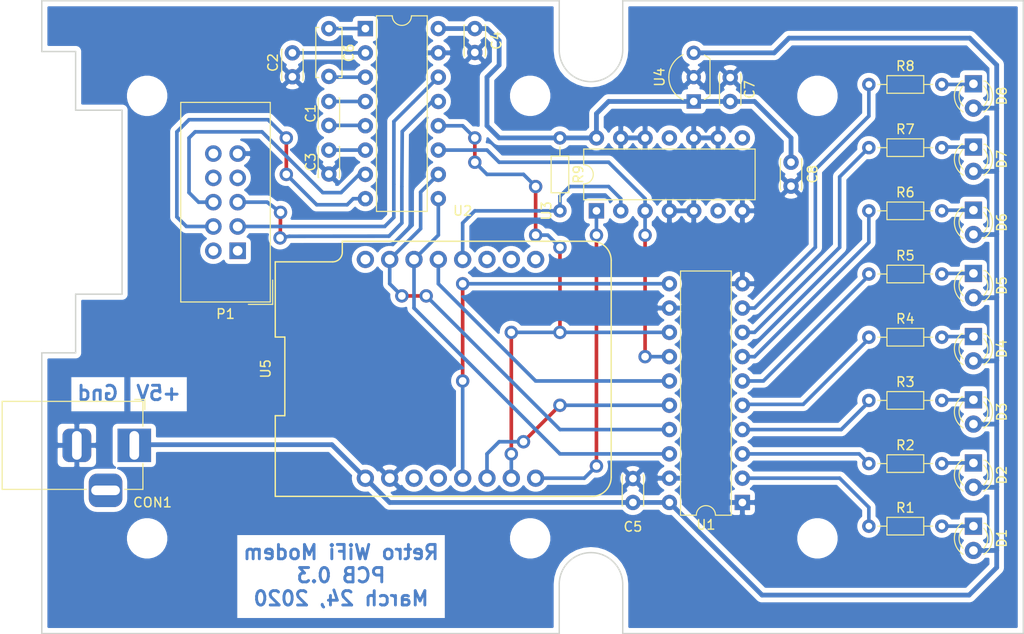
<source format=kicad_pcb>
(kicad_pcb (version 20171130) (host pcbnew "(5.1.2)-1")
  (title_block (title "Retro WiFi Modem") (date 2020-03-24) (rev 0.3))
  (layers (0 F.Cu signal) (31 B.Cu signal) (34 B.Paste user) (35 F.Paste user) (36 B.SilkS user) (37 F.SilkS user) (38 B.Mask user) (39 F.Mask user) (44 Edge.Cuts user))
  (net 0 "")
  (net 1 "Net-(C1-Pad1)")
  (net 2 "Net-(C1-Pad2)")
  (net 3 "Net-(C2-Pad1)")
  (net 4 GND)
  (net 5 "Net-(C3-Pad1)")
  (net 6 +3V3)
  (net 7 +5V)
  (net 8 "Net-(C6-Pad1)")
  (net 9 "Net-(C6-Pad2)")
  (net 10 "Net-(D1-Pad1)")
  (net 11 "Net-(D2-Pad1)")
  (net 12 "Net-(D3-Pad1)")
  (net 13 "Net-(D4-Pad1)")
  (net 14 "Net-(D5-Pad1)")
  (net 15 "Net-(D6-Pad1)")
  (net 16 "Net-(D7-Pad1)")
  (net 17 "Net-(D8-Pad1)")
  (net 18 "Net-(P1-Pad1)")
  (net 19 "Net-(P1-Pad2)")
  (net 20 "Net-(P1-Pad3)")
  (net 21 "Net-(P1-Pad4)")
  (net 22 "Net-(P1-Pad5)")
  (net 23 "Net-(P1-Pad6)")
  (net 24 "Net-(P1-Pad7)")
  (net 25 "Net-(P1-Pad8)")
  (net 26 "Net-(R1-Pad1)")
  (net 27 "Net-(R2-Pad1)")
  (net 28 "Net-(R3-Pad1)")
  (net 29 "Net-(R4-Pad1)")
  (net 30 "Net-(R5-Pad1)")
  (net 31 "Net-(R6-Pad1)")
  (net 32 "Net-(R7-Pad1)")
  (net 33 "Net-(R8-Pad1)")
  (net 34 "Net-(R9-Pad2)")
  (net 35 "Net-(U1-Pad11)")
  (net 36 "Net-(U1-Pad13)")
  (net 37 "Net-(U1-Pad14)")
  (net 38 "Net-(U1-Pad15)")
  (net 39 "Net-(U1-Pad16)")
  (net 40 "Net-(U1-Pad17)")
  (net 41 "Net-(U1-Pad18)")
  (net 42 "Net-(U3-Pad1)")
  (net 43 "Net-(U5-Pad16)")
  (net 44 "Net-(U5-Pad4)")
  (net 45 "Net-(U5-Pad11)")
  (net 46 "Net-(U5-Pad10)")
  (net 47 "Net-(U5-Pad9)")
  (net 48 "Net-(U3-Pad6)")
  (net 49 "Net-(U3-Pad8)")
  (net 50 "Net-(U3-Pad11)")
  (net 51 "Net-(CON1-Pad3)")
  (net 52 "Net-(U5-Pad3)")
  (net 53 "Net-(P1-Pad10)")
  (module Capacitor_THT:C_Disc_D3.0mm_W2.0mm_P2.50mm (layer F.Cu) (at 138.43 86.36 270)
    (fp_text reference C1 (at 1.25 1.905 90) (layer F.SilkS))
    (fp_text value 100nF)
    (pad 1 thru_hole circle (at 0 0 270) (size 1.6 1.6) (drill 0.8) (layers *.Cu *.Mask) (net 1 "Net-(C1-Pad1)"))
    (pad 2 thru_hole circle (at 2.5 0 270) (size 1.6 1.6) (drill 0.8) (layers *.Cu *.Mask) (net 2 "Net-(C1-Pad2)"))
  )
  (module Capacitor_THT:C_Disc_D3.0mm_W2.0mm_P2.50mm (layer F.Cu) (at 134.62 81.28 270)
    (fp_text reference C2 (at 1.016 2.032 90) (layer F.SilkS))
    (fp_text value 100nF)
    (pad 1 thru_hole circle (at 0 0 270) (size 1.6 1.6) (drill 0.8) (layers *.Cu *.Mask) (net 3 "Net-(C2-Pad1)"))
    (pad 2 thru_hole circle (at 2.5 0 270) (size 1.6 1.6) (drill 0.8) (layers *.Cu *.Mask) (net 4 GND))
  )
  (module Capacitor_THT:C_Disc_D3.0mm_W2.0mm_P2.50mm (layer F.Cu) (at 138.43 91.44 270)
    (fp_text reference C3 (at 1.25 1.905 90) (layer F.SilkS))
    (fp_text value 100nF)
    (pad 2 thru_hole circle (at 2.5 0 270) (size 1.6 1.6) (drill 0.8) (layers *.Cu *.Mask) (net 4 GND))
    (pad 1 thru_hole circle (at 0 0 270) (size 1.6 1.6) (drill 0.8) (layers *.Cu *.Mask) (net 5 "Net-(C3-Pad1)"))
  )
  (module Capacitor_THT:C_Disc_D3.0mm_W2.0mm_P2.50mm (layer F.Cu) (at 153.67 78.74 270)
    (fp_text reference C4 (at 1.25 -2.25 90) (layer F.SilkS))
    (fp_text value 100nF)
    (pad 2 thru_hole circle (at 2.5 0 270) (size 1.6 1.6) (drill 0.8) (layers *.Cu *.Mask) (net 4 GND))
    (pad 1 thru_hole circle (at 0 0 270) (size 1.6 1.6) (drill 0.8) (layers *.Cu *.Mask) (net 6 +3V3))
  )
  (module Capacitor_THT:C_Disc_D3.0mm_W2.0mm_P2.50mm (layer F.Cu) (at 170.18 128.27 90)
    (fp_text reference C5 (at -2.54 0 180) (layer F.SilkS))
    (fp_text value 100nF)
    (pad 1 thru_hole circle (at 0 0 90) (size 1.6 1.6) (drill 0.8) (layers *.Cu *.Mask) (net 7 +5V))
    (pad 2 thru_hole circle (at 2.5 0 90) (size 1.6 1.6) (drill 0.8) (layers *.Cu *.Mask) (net 4 GND))
  )
  (module Capacitor_THT:C_Disc_D5.0mm_W2.5mm_P5.00mm (layer F.Cu) (at 138.43 78.74 270)
    (fp_text reference C6 (at 2.54 -2.0955 90) (layer F.SilkS))
    (fp_text value 100nF)
    (pad 1 thru_hole circle (at 0 0 270) (size 1.6 1.6) (drill 0.8) (layers *.Cu *.Mask) (net 8 "Net-(C6-Pad1)"))
    (pad 2 thru_hole circle (at 5 0 270) (size 1.6 1.6) (drill 0.8) (layers *.Cu *.Mask) (net 9 "Net-(C6-Pad2)"))
  )
  (module Capacitor_THT:C_Disc_D3.0mm_W2.0mm_P2.50mm (layer F.Cu) (at 180.34 86.36 90)
    (fp_text reference C7 (at 1.25 2.032 90) (layer F.SilkS))
    (fp_text value 1uF)
    (pad 1 thru_hole circle (at 0 0 90) (size 1.6 1.6) (drill 0.8) (layers *.Cu *.Mask) (net 6 +3V3))
    (pad 2 thru_hole circle (at 2.5 0 90) (size 1.6 1.6) (drill 0.8) (layers *.Cu *.Mask) (net 4 GND))
  )
  (module Capacitor_THT:C_Disc_D3.0mm_W2.0mm_P2.50mm (layer F.Cu) (at 186.69 92.71 270)
    (fp_text reference C8 (at 1.25 -2.25 90) (layer F.SilkS))
    (fp_text value 100nF)
    (pad 2 thru_hole circle (at 2.5 0 270) (size 1.6 1.6) (drill 0.8) (layers *.Cu *.Mask) (net 4 GND))
    (pad 1 thru_hole circle (at 0 0 270) (size 1.6 1.6) (drill 0.8) (layers *.Cu *.Mask) (net 6 +3V3))
  )
  (module Connector_BarrelJack:BarrelJack_Horizontal (layer F.Cu) (at 118.11 122.301)
    (fp_text reference CON1 (at 1.905 5.969) (layer F.SilkS))
    (fp_text value BARREL_JACK)
    (pad 1 thru_hole rect (at 0 0) (size 3.5 3.5) (drill oval 1 3) (layers *.Cu *.Mask) (net 7 +5V))
    (pad 2 thru_hole roundrect (at -6 0) (size 3 3.5) (drill oval 1 3) (layers *.Cu *.Mask) (net 4 GND))
    (pad 3 thru_hole roundrect (at -3 4.7) (size 3.5 3.5) (drill oval 3 1) (layers *.Cu *.Mask) (net 51 "Net-(CON1-Pad3)"))
  )
  (module LED_THT:LED_D3.0mm (layer F.Cu) (at 205.74 130.744 270)
    (fp_text reference D1 (at 1.27 -2.96 90) (layer F.SilkS))
    (fp_text value TLPR5600)
    (pad 2 thru_hole circle (at 2.54 0 270) (size 1.8 1.8) (drill 0.9) (layers *.Cu *.Mask) (net 7 +5V))
    (pad 1 thru_hole rect (at 0 0 270) (size 1.8 1.8) (drill 0.9) (layers *.Cu *.Mask) (net 10 "Net-(D1-Pad1)"))
  )
  (module LED_THT:LED_D3.0mm (layer F.Cu) (at 205.74 124.14 270)
    (fp_text reference D2 (at 1.27 -2.96 90) (layer F.SilkS))
    (fp_text value TLPR5600)
    (pad 1 thru_hole rect (at 0 0 270) (size 1.8 1.8) (drill 0.9) (layers *.Cu *.Mask) (net 11 "Net-(D2-Pad1)"))
    (pad 2 thru_hole circle (at 2.54 0 270) (size 1.8 1.8) (drill 0.9) (layers *.Cu *.Mask) (net 7 +5V))
  )
  (module LED_THT:LED_D3.0mm (layer F.Cu) (at 205.74 117.536 270)
    (fp_text reference D3 (at 1.27 -2.96 90) (layer F.SilkS))
    (fp_text value TLPR5600)
    (pad 1 thru_hole rect (at 0 0 270) (size 1.8 1.8) (drill 0.9) (layers *.Cu *.Mask) (net 12 "Net-(D3-Pad1)"))
    (pad 2 thru_hole circle (at 2.54 0 270) (size 1.8 1.8) (drill 0.9) (layers *.Cu *.Mask) (net 7 +5V))
  )
  (module LED_THT:LED_D3.0mm (layer F.Cu) (at 205.74 110.932 270)
    (fp_text reference D4 (at 1.27 -2.96 90) (layer F.SilkS))
    (fp_text value TLPR5600)
    (pad 2 thru_hole circle (at 2.54 0 270) (size 1.8 1.8) (drill 0.9) (layers *.Cu *.Mask) (net 7 +5V))
    (pad 1 thru_hole rect (at 0 0 270) (size 1.8 1.8) (drill 0.9) (layers *.Cu *.Mask) (net 13 "Net-(D4-Pad1)"))
  )
  (module LED_THT:LED_D3.0mm (layer F.Cu) (at 205.74 104.328 270)
    (fp_text reference D5 (at 1.27 -2.96 90) (layer F.SilkS))
    (fp_text value TLPR5600)
    (pad 2 thru_hole circle (at 2.54 0 270) (size 1.8 1.8) (drill 0.9) (layers *.Cu *.Mask) (net 7 +5V))
    (pad 1 thru_hole rect (at 0 0 270) (size 1.8 1.8) (drill 0.9) (layers *.Cu *.Mask) (net 14 "Net-(D5-Pad1)"))
  )
  (module LED_THT:LED_D3.0mm (layer F.Cu) (at 205.74 97.724 270)
    (fp_text reference D6 (at 1.27 -2.96 90) (layer F.SilkS))
    (fp_text value TLPR5600)
    (pad 1 thru_hole rect (at 0 0 270) (size 1.8 1.8) (drill 0.9) (layers *.Cu *.Mask) (net 15 "Net-(D6-Pad1)"))
    (pad 2 thru_hole circle (at 2.54 0 270) (size 1.8 1.8) (drill 0.9) (layers *.Cu *.Mask) (net 7 +5V))
  )
  (module LED_THT:LED_D3.0mm (layer F.Cu) (at 205.74 91.12 270)
    (fp_text reference D7 (at 1.27 -2.96 90) (layer F.SilkS))
    (fp_text value TLPR5600)
    (pad 2 thru_hole circle (at 2.54 0 270) (size 1.8 1.8) (drill 0.9) (layers *.Cu *.Mask) (net 7 +5V))
    (pad 1 thru_hole rect (at 0 0 270) (size 1.8 1.8) (drill 0.9) (layers *.Cu *.Mask) (net 16 "Net-(D7-Pad1)"))
  )
  (module LED_THT:LED_D3.0mm (layer F.Cu) (at 205.74 84.516 270)
    (fp_text reference D8 (at 1.27 -2.96 90) (layer F.SilkS))
    (fp_text value TLPR5600)
    (pad 1 thru_hole rect (at 0 0 270) (size 1.8 1.8) (drill 0.9) (layers *.Cu *.Mask) (net 17 "Net-(D8-Pad1)"))
    (pad 2 thru_hole circle (at 2.54 0 270) (size 1.8 1.8) (drill 0.9) (layers *.Cu *.Mask) (net 7 +5V))
  )
  (module Connector_IDC:IDC-Header_2x05_P2.54mm_Vertical (layer F.Cu) (at 128.905 101.965 180)
    (fp_text reference P1 (at 1.27 -6.604) (layer F.SilkS))
    (fp_text value CONN_02X05)
    (pad 1 thru_hole rect (at 0 0 180) (size 1.7272 1.7272) (drill 1.016) (layers *.Cu *.Mask) (net 18 "Net-(P1-Pad1)"))
    (pad 2 thru_hole oval (at 2.54 0 180) (size 1.7272 1.7272) (drill 1.016) (layers *.Cu *.Mask) (net 19 "Net-(P1-Pad2)"))
    (pad 3 thru_hole oval (at 0 2.54 180) (size 1.7272 1.7272) (drill 1.016) (layers *.Cu *.Mask) (net 20 "Net-(P1-Pad3)"))
    (pad 4 thru_hole oval (at 2.54 2.54 180) (size 1.7272 1.7272) (drill 1.016) (layers *.Cu *.Mask) (net 21 "Net-(P1-Pad4)"))
    (pad 5 thru_hole oval (at 0 5.08 180) (size 1.7272 1.7272) (drill 1.016) (layers *.Cu *.Mask) (net 22 "Net-(P1-Pad5)"))
    (pad 6 thru_hole oval (at 2.54 5.08 180) (size 1.7272 1.7272) (drill 1.016) (layers *.Cu *.Mask) (net 23 "Net-(P1-Pad6)"))
    (pad 7 thru_hole oval (at 0 7.62 180) (size 1.7272 1.7272) (drill 1.016) (layers *.Cu *.Mask) (net 24 "Net-(P1-Pad7)"))
    (pad 8 thru_hole oval (at 2.54 7.62 180) (size 1.7272 1.7272) (drill 1.016) (layers *.Cu *.Mask) (net 25 "Net-(P1-Pad8)"))
    (pad 9 thru_hole oval (at 0 10.16 180) (size 1.7272 1.7272) (drill 1.016) (layers *.Cu *.Mask) (net 4 GND))
    (pad 10 thru_hole oval (at 2.54 10.16 180) (size 1.7272 1.7272) (drill 1.016) (layers *.Cu *.Mask) (net 53 "Net-(P1-Pad10)"))
  )
  (module Package_DIP:DIP-16_W7.62mm (layer F.Cu) (at 142.24 78.74)
    (fp_text reference U2 (at 10.16 19.05) (layer F.SilkS))
    (fp_text value MAX3232)
    (pad 1 thru_hole rect (at 0 0) (size 1.6 1.6) (drill 0.8) (layers *.Cu *.Mask) (net 8 "Net-(C6-Pad1)"))
    (pad 9 thru_hole oval (at 7.62 17.78) (size 1.6 1.6) (drill 0.8) (layers *.Cu *.Mask) (net 41 "Net-(U1-Pad18)"))
    (pad 2 thru_hole oval (at 0 2.54) (size 1.6 1.6) (drill 0.8) (layers *.Cu *.Mask) (net 3 "Net-(C2-Pad1)"))
    (pad 10 thru_hole oval (at 7.62 15.24) (size 1.6 1.6) (drill 0.8) (layers *.Cu *.Mask) (net 40 "Net-(U1-Pad17)"))
    (pad 3 thru_hole oval (at 0 5.08) (size 1.6 1.6) (drill 0.8) (layers *.Cu *.Mask) (net 9 "Net-(C6-Pad2)"))
    (pad 11 thru_hole oval (at 7.62 12.7) (size 1.6 1.6) (drill 0.8) (layers *.Cu *.Mask) (net 37 "Net-(U1-Pad14)"))
    (pad 4 thru_hole oval (at 0 7.62) (size 1.6 1.6) (drill 0.8) (layers *.Cu *.Mask) (net 1 "Net-(C1-Pad1)"))
    (pad 12 thru_hole oval (at 7.62 10.16) (size 1.6 1.6) (drill 0.8) (layers *.Cu *.Mask) (net 36 "Net-(U1-Pad13)"))
    (pad 5 thru_hole oval (at 0 10.16) (size 1.6 1.6) (drill 0.8) (layers *.Cu *.Mask) (net 2 "Net-(C1-Pad2)"))
    (pad 13 thru_hole oval (at 7.62 7.62) (size 1.6 1.6) (drill 0.8) (layers *.Cu *.Mask) (net 22 "Net-(P1-Pad5)"))
    (pad 6 thru_hole oval (at 0 12.7) (size 1.6 1.6) (drill 0.8) (layers *.Cu *.Mask) (net 5 "Net-(C3-Pad1)"))
    (pad 14 thru_hole oval (at 7.62 5.08) (size 1.6 1.6) (drill 0.8) (layers *.Cu *.Mask) (net 20 "Net-(P1-Pad3)"))
    (pad 7 thru_hole oval (at 0 15.24) (size 1.6 1.6) (drill 0.8) (layers *.Cu *.Mask) (net 23 "Net-(P1-Pad6)"))
    (pad 15 thru_hole oval (at 7.62 2.54) (size 1.6 1.6) (drill 0.8) (layers *.Cu *.Mask) (net 4 GND))
    (pad 8 thru_hole oval (at 0 17.78) (size 1.6 1.6) (drill 0.8) (layers *.Cu *.Mask) (net 21 "Net-(P1-Pad4)"))
    (pad 16 thru_hole oval (at 7.62 0) (size 1.6 1.6) (drill 0.8) (layers *.Cu *.Mask) (net 6 +3V3))
  )
  (module Package_DIP:DIP-14_W7.62mm (layer F.Cu) (at 166.37 97.79 90)
    (fp_text reference U3 (at 0 -5.22 90) (layer F.SilkS))
    (fp_text value 74HC32)
    (pad 1 thru_hole rect (at 0 0 90) (size 1.6 1.6) (drill 0.8) (layers *.Cu *.Mask) (net 42 "Net-(U3-Pad1)"))
    (pad 8 thru_hole oval (at 7.62 15.24 90) (size 1.6 1.6) (drill 0.8) (layers *.Cu *.Mask) (net 49 "Net-(U3-Pad8)"))
    (pad 2 thru_hole oval (at 0 2.54 90) (size 1.6 1.6) (drill 0.8) (layers *.Cu *.Mask) (net 34 "Net-(R9-Pad2)"))
    (pad 9 thru_hole oval (at 7.62 12.7 90) (size 1.6 1.6) (drill 0.8) (layers *.Cu *.Mask) (net 4 GND))
    (pad 3 thru_hole oval (at 0 5.08 90) (size 1.6 1.6) (drill 0.8) (layers *.Cu *.Mask) (net 37 "Net-(U1-Pad14)"))
    (pad 10 thru_hole oval (at 7.62 10.16 90) (size 1.6 1.6) (drill 0.8) (layers *.Cu *.Mask) (net 4 GND))
    (pad 4 thru_hole oval (at 0 7.62 90) (size 1.6 1.6) (drill 0.8) (layers *.Cu *.Mask) (net 4 GND))
    (pad 11 thru_hole oval (at 7.62 7.62 90) (size 1.6 1.6) (drill 0.8) (layers *.Cu *.Mask) (net 50 "Net-(U3-Pad11)"))
    (pad 5 thru_hole oval (at 0 10.16 90) (size 1.6 1.6) (drill 0.8) (layers *.Cu *.Mask) (net 4 GND))
    (pad 12 thru_hole oval (at 7.62 5.08 90) (size 1.6 1.6) (drill 0.8) (layers *.Cu *.Mask) (net 4 GND))
    (pad 6 thru_hole oval (at 0 12.7 90) (size 1.6 1.6) (drill 0.8) (layers *.Cu *.Mask) (net 48 "Net-(U3-Pad6)"))
    (pad 13 thru_hole oval (at 7.62 2.54 90) (size 1.6 1.6) (drill 0.8) (layers *.Cu *.Mask) (net 4 GND))
    (pad 7 thru_hole oval (at 0 15.24 90) (size 1.6 1.6) (drill 0.8) (layers *.Cu *.Mask) (net 4 GND))
    (pad 14 thru_hole oval (at 7.62 0 90) (size 1.6 1.6) (drill 0.8) (layers *.Cu *.Mask) (net 6 +3V3))
  )
  (module Package_TO_SOT_THT:TO-92L_Inline_Wide (layer F.Cu) (at 176.53 86.36 90)
    (fp_text reference U4 (at 2.54 -3.56 90) (layer F.SilkS))
    (fp_text value LP2950ACZ-3.3)
    (pad 2 thru_hole circle (at 2.54 0 180) (size 1.5 1.5) (drill 0.8) (layers *.Cu *.Mask) (net 4 GND))
    (pad 3 thru_hole circle (at 5.08 0 180) (size 1.5 1.5) (drill 0.8) (layers *.Cu *.Mask) (net 7 +5V))
    (pad 1 thru_hole rect (at 0 0 180) (size 1.5 1.5) (drill 0.8) (layers *.Cu *.Mask) (net 6 +3V3))
  )
  (module RetroWiFiModem-footprints:wemos-d1-mini (layer F.Cu) (at 151.13 114.3)
    (fp_text reference U5 (at -19.3 0 90) (layer F.SilkS))
    (fp_text value WeMos_D1_mini)
    (pad 8 thru_hole circle (at 8.89 11.43) (size 1.8 1.8) (drill 1.016) (layers *.Cu *.Mask) (net 42 "Net-(U3-Pad1)"))
    (pad 9 thru_hole circle (at 8.89 -11.43) (size 1.8 1.8) (drill 1.016) (layers *.Cu *.Mask) (net 47 "Net-(U5-Pad9)"))
    (pad 7 thru_hole circle (at 6.35 11.43) (size 1.8 1.8) (drill 1.016) (layers *.Cu *.Mask) (net 36 "Net-(U1-Pad13)"))
    (pad 10 thru_hole circle (at 6.35 -11.43) (size 1.8 1.8) (drill 1.016) (layers *.Cu *.Mask) (net 46 "Net-(U5-Pad10)"))
    (pad 6 thru_hole circle (at 3.81 11.43) (size 1.8 1.8) (drill 1.016) (layers *.Cu *.Mask) (net 39 "Net-(U1-Pad16)"))
    (pad 11 thru_hole circle (at 3.81 -11.43) (size 1.8 1.8) (drill 1.016) (layers *.Cu *.Mask) (net 45 "Net-(U5-Pad11)"))
    (pad 5 thru_hole circle (at 1.27 11.43) (size 1.8 1.8) (drill 1.016) (layers *.Cu *.Mask) (net 35 "Net-(U1-Pad11)"))
    (pad 12 thru_hole circle (at 1.27 -11.43) (size 1.8 1.8) (drill 1.016) (layers *.Cu *.Mask) (net 34 "Net-(R9-Pad2)"))
    (pad 4 thru_hole circle (at -1.27 11.43) (size 1.8 1.8) (drill 1.016) (layers *.Cu *.Mask) (net 44 "Net-(U5-Pad4)"))
    (pad 13 thru_hole circle (at -1.27 -11.43) (size 1.8 1.8) (drill 1.016) (layers *.Cu *.Mask) (net 38 "Net-(U1-Pad15)"))
    (pad 3 thru_hole circle (at -3.81 11.43) (size 1.8 1.8) (drill 1.016) (layers *.Cu *.Mask) (net 52 "Net-(U5-Pad3)"))
    (pad 14 thru_hole circle (at -3.81 -11.43) (size 1.8 1.8) (drill 1.016) (layers *.Cu *.Mask) (net 41 "Net-(U1-Pad18)"))
    (pad 2 thru_hole circle (at -6.35 11.43) (size 1.8 1.8) (drill 1.016) (layers *.Cu *.Mask) (net 4 GND))
    (pad 15 thru_hole circle (at -6.35 -11.43) (size 1.8 1.8) (drill 1.016) (layers *.Cu *.Mask) (net 40 "Net-(U1-Pad17)"))
    (pad 1 thru_hole circle (at -8.89 11.43) (size 1.8 1.8) (drill 1.016) (layers *.Cu *.Mask) (net 7 +5V))
    (pad 16 thru_hole circle (at -8.89 -11.43) (size 1.8 1.8) (drill 1.016) (layers *.Cu *.Mask) (net 43 "Net-(U5-Pad16)"))
  )
  (module Package_DIP:DIP-20_W7.62mm (layer F.Cu) (at 181.61 128.27 180)
    (fp_text reference U1 (at 3.81 -2.33) (layer F.SilkS))
    (fp_text value 74HC245)
    (pad 1 thru_hole rect (at 0 0 180) (size 1.6 1.6) (drill 0.8) (layers *.Cu *.Mask) (net 4 GND))
    (pad 11 thru_hole oval (at 7.62 22.86 180) (size 1.6 1.6) (drill 0.8) (layers *.Cu *.Mask) (net 35 "Net-(U1-Pad11)"))
    (pad 2 thru_hole oval (at 0 2.54 180) (size 1.6 1.6) (drill 0.8) (layers *.Cu *.Mask) (net 26 "Net-(R1-Pad1)"))
    (pad 12 thru_hole oval (at 7.62 20.32 180) (size 1.6 1.6) (drill 0.8) (layers *.Cu *.Mask) (net 4 GND))
    (pad 3 thru_hole oval (at 0 5.08 180) (size 1.6 1.6) (drill 0.8) (layers *.Cu *.Mask) (net 27 "Net-(R2-Pad1)"))
    (pad 13 thru_hole oval (at 7.62 17.78 180) (size 1.6 1.6) (drill 0.8) (layers *.Cu *.Mask) (net 36 "Net-(U1-Pad13)"))
    (pad 4 thru_hole oval (at 0 7.62 180) (size 1.6 1.6) (drill 0.8) (layers *.Cu *.Mask) (net 28 "Net-(R3-Pad1)"))
    (pad 14 thru_hole oval (at 7.62 15.24 180) (size 1.6 1.6) (drill 0.8) (layers *.Cu *.Mask) (net 37 "Net-(U1-Pad14)"))
    (pad 5 thru_hole oval (at 0 10.16 180) (size 1.6 1.6) (drill 0.8) (layers *.Cu *.Mask) (net 29 "Net-(R4-Pad1)"))
    (pad 15 thru_hole oval (at 7.62 12.7 180) (size 1.6 1.6) (drill 0.8) (layers *.Cu *.Mask) (net 38 "Net-(U1-Pad15)"))
    (pad 6 thru_hole oval (at 0 12.7 180) (size 1.6 1.6) (drill 0.8) (layers *.Cu *.Mask) (net 30 "Net-(R5-Pad1)"))
    (pad 16 thru_hole oval (at 7.62 10.16 180) (size 1.6 1.6) (drill 0.8) (layers *.Cu *.Mask) (net 39 "Net-(U1-Pad16)"))
    (pad 7 thru_hole oval (at 0 15.24 180) (size 1.6 1.6) (drill 0.8) (layers *.Cu *.Mask) (net 31 "Net-(R6-Pad1)"))
    (pad 17 thru_hole oval (at 7.62 7.62 180) (size 1.6 1.6) (drill 0.8) (layers *.Cu *.Mask) (net 40 "Net-(U1-Pad17)"))
    (pad 8 thru_hole oval (at 0 17.78 180) (size 1.6 1.6) (drill 0.8) (layers *.Cu *.Mask) (net 32 "Net-(R7-Pad1)"))
    (pad 18 thru_hole oval (at 7.62 5.08 180) (size 1.6 1.6) (drill 0.8) (layers *.Cu *.Mask) (net 41 "Net-(U1-Pad18)"))
    (pad 9 thru_hole oval (at 0 20.32 180) (size 1.6 1.6) (drill 0.8) (layers *.Cu *.Mask) (net 33 "Net-(R8-Pad1)"))
    (pad 19 thru_hole oval (at 7.62 2.54 180) (size 1.6 1.6) (drill 0.8) (layers *.Cu *.Mask) (net 4 GND))
    (pad 10 thru_hole oval (at 0 22.86 180) (size 1.6 1.6) (drill 0.8) (layers *.Cu *.Mask) (net 4 GND))
    (pad 20 thru_hole oval (at 7.62 0 180) (size 1.6 1.6) (drill 0.8) (layers *.Cu *.Mask) (net 7 +5V))
  )
  (module Resistor_THT:R_Axial_DIN0204_L3.6mm_D1.6mm_P7.62mm_Horizontal (layer F.Cu) (at 194.818 130.744)
    (fp_text reference R1 (at 3.81 -1.92) (layer F.SilkS))
    (fp_text value 560R)
    (pad 2 thru_hole oval (at 7.62 0) (size 1.4 1.4) (drill 0.7) (layers *.Cu *.Mask) (net 10 "Net-(D1-Pad1)"))
    (pad 1 thru_hole circle (at 0 0) (size 1.4 1.4) (drill 0.7) (layers *.Cu *.Mask) (net 26 "Net-(R1-Pad1)"))
  )
  (module Resistor_THT:R_Axial_DIN0204_L3.6mm_D1.6mm_P7.62mm_Horizontal (layer F.Cu) (at 194.818 124.206)
    (fp_text reference R2 (at 3.81 -1.92) (layer F.SilkS))
    (fp_text value 560R)
    (pad 1 thru_hole circle (at 0 0) (size 1.4 1.4) (drill 0.7) (layers *.Cu *.Mask) (net 27 "Net-(R2-Pad1)"))
    (pad 2 thru_hole oval (at 7.62 0) (size 1.4 1.4) (drill 0.7) (layers *.Cu *.Mask) (net 11 "Net-(D2-Pad1)"))
  )
  (module Resistor_THT:R_Axial_DIN0204_L3.6mm_D1.6mm_P7.62mm_Horizontal (layer F.Cu) (at 194.818 117.602)
    (fp_text reference R3 (at 3.81 -1.92) (layer F.SilkS))
    (fp_text value 560R)
    (pad 2 thru_hole oval (at 7.62 0) (size 1.4 1.4) (drill 0.7) (layers *.Cu *.Mask) (net 12 "Net-(D3-Pad1)"))
    (pad 1 thru_hole circle (at 0 0) (size 1.4 1.4) (drill 0.7) (layers *.Cu *.Mask) (net 28 "Net-(R3-Pad1)"))
  )
  (module Resistor_THT:R_Axial_DIN0204_L3.6mm_D1.6mm_P7.62mm_Horizontal (layer F.Cu) (at 194.818 110.998)
    (fp_text reference R4 (at 3.81 -1.92) (layer F.SilkS))
    (fp_text value 560R)
    (pad 1 thru_hole circle (at 0 0) (size 1.4 1.4) (drill 0.7) (layers *.Cu *.Mask) (net 29 "Net-(R4-Pad1)"))
    (pad 2 thru_hole oval (at 7.62 0) (size 1.4 1.4) (drill 0.7) (layers *.Cu *.Mask) (net 13 "Net-(D4-Pad1)"))
  )
  (module Resistor_THT:R_Axial_DIN0204_L3.6mm_D1.6mm_P7.62mm_Horizontal (layer F.Cu) (at 194.818 104.394)
    (fp_text reference R5 (at 3.81 -1.92) (layer F.SilkS))
    (fp_text value 560R)
    (pad 2 thru_hole oval (at 7.62 0) (size 1.4 1.4) (drill 0.7) (layers *.Cu *.Mask) (net 14 "Net-(D5-Pad1)"))
    (pad 1 thru_hole circle (at 0 0) (size 1.4 1.4) (drill 0.7) (layers *.Cu *.Mask) (net 30 "Net-(R5-Pad1)"))
  )
  (module Resistor_THT:R_Axial_DIN0204_L3.6mm_D1.6mm_P7.62mm_Horizontal (layer F.Cu) (at 194.818 97.79)
    (fp_text reference R6 (at 3.81 -1.92) (layer F.SilkS))
    (fp_text value 560R)
    (pad 1 thru_hole circle (at 0 0) (size 1.4 1.4) (drill 0.7) (layers *.Cu *.Mask) (net 31 "Net-(R6-Pad1)"))
    (pad 2 thru_hole oval (at 7.62 0) (size 1.4 1.4) (drill 0.7) (layers *.Cu *.Mask) (net 15 "Net-(D6-Pad1)"))
  )
  (module Resistor_THT:R_Axial_DIN0204_L3.6mm_D1.6mm_P7.62mm_Horizontal (layer F.Cu) (at 194.818 91.186)
    (fp_text reference R7 (at 3.81 -1.92) (layer F.SilkS))
    (fp_text value 560R)
    (pad 2 thru_hole oval (at 7.62 0) (size 1.4 1.4) (drill 0.7) (layers *.Cu *.Mask) (net 16 "Net-(D7-Pad1)"))
    (pad 1 thru_hole circle (at 0 0) (size 1.4 1.4) (drill 0.7) (layers *.Cu *.Mask) (net 32 "Net-(R7-Pad1)"))
  )
  (module Resistor_THT:R_Axial_DIN0204_L3.6mm_D1.6mm_P7.62mm_Horizontal (layer F.Cu) (at 194.818 84.582)
    (fp_text reference R8 (at 3.81 -1.92) (layer F.SilkS))
    (fp_text value 560R)
    (pad 1 thru_hole circle (at 0 0) (size 1.4 1.4) (drill 0.7) (layers *.Cu *.Mask) (net 33 "Net-(R8-Pad1)"))
    (pad 2 thru_hole oval (at 7.62 0) (size 1.4 1.4) (drill 0.7) (layers *.Cu *.Mask) (net 17 "Net-(D8-Pad1)"))
  )
  (module Resistor_THT:R_Axial_DIN0204_L3.6mm_D1.6mm_P7.62mm_Horizontal (layer F.Cu) (at 162.56 90.17 270)
    (fp_text reference R9 (at 3.81 -1.92 90) (layer F.SilkS))
    (fp_text value 10K)
    (pad 1 thru_hole circle (at 0 0 270) (size 1.4 1.4) (drill 0.7) (layers *.Cu *.Mask) (net 6 +3V3))
    (pad 2 thru_hole oval (at 7.62 0 270) (size 1.4 1.4) (drill 0.7) (layers *.Cu *.Mask) (net 34 "Net-(R9-Pad2)"))
  )
  (module MountingHole:MountingHole_3.2mm_M3 (layer F.Cu) (at 119.45 85.77)
    (fp_text reference H1 hide)
    (fp_text value MountingHole hide)
    (pad 1 np_thru_hole circle (at 0 0) (size 3.2 3.2) (drill 3.2) (layers *.Cu *.Mask))
  )
  (module MountingHole:MountingHole_3.2mm_M3 (layer F.Cu) (at 119.45 132.02)
    (fp_text reference H2 hide)
    (fp_text value MountingHole hide)
    (pad 1 np_thru_hole circle (at 0 0) (size 3.2 3.2) (drill 3.2) (layers *.Cu *.Mask))
  )
  (module MountingHole:MountingHole_3.2mm_M3 (layer F.Cu) (at 159.45 85.77)
    (fp_text reference H3 hide)
    (fp_text value MountingHole hide)
    (pad 1 np_thru_hole circle (at 0 0) (size 3.2 3.2) (drill 3.2) (layers *.Cu *.Mask))
  )
  (module MountingHole:MountingHole_3.2mm_M3 (layer F.Cu) (at 159.45 132.02)
    (fp_text reference H4 hide)
    (fp_text value MountingHole hide)
    (pad 1 np_thru_hole circle (at 0 0) (size 3.2 3.2) (drill 3.2) (layers *.Cu *.Mask))
  )
  (module MountingHole:MountingHole_3.2mm_M3 (layer F.Cu) (at 189.45 85.77)
    (fp_text reference H5 hide)
    (fp_text value MountingHole hide)
    (pad 1 np_thru_hole circle (at 0 0) (size 3.2 3.2) (drill 3.2) (layers *.Cu *.Mask))
  )
  (module MountingHole:MountingHole_3.2mm_M3 (layer F.Cu) (at 189.45 132.02)
    (fp_text reference H6 hide)
    (fp_text value MountingHole hide)
    (pad 1 np_thru_hole circle (at 0 0) (size 3.2 3.2) (drill 3.2) (layers *.Cu *.Mask))
  )
  (gr_text "Retro WiFi Modem\nPCB 0.3\nMarch 24, 2020" (at 139.7 135.89) (layer B.Cu) (effects (font (size 1.5 1.5) (thickness 0.3)) (justify mirror)))
  (gr_text Gnd (at 114.3 116.84) (layer B.Cu) (effects (font (size 1.5 1.5) (thickness 0.3)) (justify mirror)))
  (gr_text +5V (at 120.65 116.84) (layer B.Cu) (effects (font (size 1.5 1.5) (thickness 0.3)) (justify mirror)))
  (gr_line (start 108.45 75.83) (end 162.485 75.83) (angle 90) (layer Edge.Cuts) (width 0.15))
  (gr_line (start 162.485 75.83) (end 162.485 80.975) (angle 90) (layer Edge.Cuts) (width 0.15))
  (gr_arc (start 165.8 80.975) (end 169.115 80.975) (angle 180) (layer Edge.Cuts) (width 0.15))
  (gr_line (start 169.115 80.975) (end 169.115 75.83) (angle 90) (layer Edge.Cuts) (width 0.15))
  (gr_line (start 169.115 75.83) (end 210.95 75.83) (angle 90) (layer Edge.Cuts) (width 0.15))
  (gr_line (start 210.95 75.83) (end 210.95 141.97) (angle 90) (layer Edge.Cuts) (width 0.15))
  (gr_line (start 210.95 141.97) (end 169.115 141.97) (angle 90) (layer Edge.Cuts) (width 0.15))
  (gr_line (start 169.115 141.97) (end 169.115 136.825) (angle 90) (layer Edge.Cuts) (width 0.15))
  (gr_arc (start 165.8 136.825) (end 162.485 136.825) (angle 180) (layer Edge.Cuts) (width 0.15))
  (gr_line (start 162.485 136.825) (end 162.485 141.97) (angle 90) (layer Edge.Cuts) (width 0.15))
  (gr_line (start 162.485 141.97) (end 108.45 141.97) (angle 90) (layer Edge.Cuts) (width 0.15))
  (gr_line (start 108.45 141.97) (end 108.45 112.629) (angle 90) (layer Edge.Cuts) (width 0.15))
  (gr_line (start 108.45 112.629) (end 111.9806 112.629) (angle 90) (layer Edge.Cuts) (width 0.15))
  (gr_line (start 111.9806 112.629) (end 111.9806 106.4989) (angle 90) (layer Edge.Cuts) (width 0.15))
  (gr_line (start 111.9806 106.4989) (end 116.832 106.4989) (angle 90) (layer Edge.Cuts) (width 0.15))
  (gr_line (start 116.832 106.4989) (end 116.832 87.2711) (angle 90) (layer Edge.Cuts) (width 0.15))
  (gr_line (start 116.832 87.2711) (end 111.9806 87.2711) (angle 90) (layer Edge.Cuts) (width 0.15))
  (gr_line (start 111.9806 87.2711) (end 111.9806 81.141) (angle 90) (layer Edge.Cuts) (width 0.15))
  (gr_line (start 111.9806 81.141) (end 108.45 81.141) (angle 90) (layer Edge.Cuts) (width 0.15))
  (gr_line (start 108.45 81.141) (end 108.45 75.83) (angle 90) (layer Edge.Cuts) (width 0.15))
  (segment (start 138.43 86.36) (end 142.24 86.36) (width 0.38) (layer B.Cu) (net 1))
  (segment (start 138.43 88.86) (end 142.2 88.86) (width 0.38) (layer B.Cu) (net 2))
  (segment (start 134.62 81.28) (end 142.24 81.28) (width 0.38) (layer B.Cu) (net 3))
  (segment (start 180.3 83.82) (end 180.34 83.86) (width 0.5) (layer B.Cu) (net 4))
  (segment (start 138.43 91.44) (end 142.24 91.44) (width 0.38) (layer B.Cu) (net 5))
  (segment (start 180.34 86.36) (end 182.88 86.36) (width 0.5) (layer B.Cu) (net 6))
  (segment (start 186.69 90.17) (end 186.69 92.71) (width 0.5) (layer B.Cu) (net 6))
  (segment (start 182.88 86.36) (end 186.69 90.17) (width 0.5) (layer B.Cu) (net 6))
  (segment (start 176.53 86.36) (end 167.64 86.36) (width 0.5) (layer B.Cu) (net 6))
  (segment (start 166.37 87.63) (end 166.37 90.17) (width 0.5) (layer B.Cu) (net 6))
  (segment (start 167.64 86.36) (end 166.37 87.63) (width 0.5) (layer B.Cu) (net 6))
  (segment (start 154.94 78.74) (end 153.67 78.74) (width 0.5) (layer B.Cu) (net 6))
  (segment (start 156.21 80.01) (end 154.94 78.74) (width 0.5) (layer B.Cu) (net 6))
  (segment (start 156.21 82.55) (end 156.21 80.01) (width 0.5) (layer B.Cu) (net 6))
  (segment (start 154.94 83.82) (end 156.21 82.55) (width 0.5) (layer B.Cu) (net 6))
  (segment (start 154.94 88.9) (end 154.94 83.82) (width 0.5) (layer B.Cu) (net 6))
  (segment (start 156.21 90.17) (end 154.94 88.9) (width 0.5) (layer B.Cu) (net 6))
  (segment (start 162.56 90.17) (end 156.21 90.17) (width 0.5) (layer B.Cu) (net 6))
  (segment (start 166.37 90.17) (end 162.56 90.17) (width 0.5) (layer B.Cu) (net 6))
  (segment (start 176.53 86.36) (end 180.34 86.36) (width 0.5) (layer B.Cu) (net 6))
  (segment (start 153.67 78.74) (end 149.86 78.74) (width 0.5) (layer B.Cu) (net 6))
  (segment (start 142.24 125.73) (end 138.74 122.23) (width 0.5) (layer B.Cu) (net 7))
  (segment (start 138.74 122.23) (end 119.61014 122.23) (width 0.5) (layer B.Cu) (net 7))
  (segment (start 142.24 125.73) (end 144.78 128.27) (width 0.5) (layer B.Cu) (net 7))
  (segment (start 144.78 128.27) (end 170.18 128.27) (width 0.5) (layer B.Cu) (net 7))
  (segment (start 208.1682 87.0782) (end 208.1682 82.5482) (width 0.5) (layer B.Cu) (net 7))
  (segment (start 184.93 81.28) (end 176.53 81.28) (width 0.5) (layer B.Cu) (net 7))
  (segment (start 186.47 79.74) (end 184.93 81.28) (width 0.5) (layer B.Cu) (net 7))
  (segment (start 205.36 79.74) (end 186.47 79.74) (width 0.5) (layer B.Cu) (net 7))
  (segment (start 208.1682 82.5482) (end 205.36 79.74) (width 0.5) (layer B.Cu) (net 7))
  (segment (start 208.1682 93.66) (end 208.1682 87.0782) (width 0.5) (layer B.Cu) (net 7))
  (segment (start 208.146 87.056) (end 205.74 87.056) (width 0.5) (layer B.Cu) (net 7))
  (segment (start 208.1682 87.0782) (end 208.146 87.056) (width 0.5) (layer B.Cu) (net 7))
  (segment (start 173.99 128.27) (end 170.18 128.27) (width 0.5) (layer B.Cu) (net 7))
  (segment (start 173.99 128.27) (end 183.6674 137.9474) (width 0.5) (layer B.Cu) (net 7))
  (segment (start 208.1682 135.062) (end 208.1682 133.289) (width 0.5) (layer B.Cu) (net 7))
  (segment (start 205.2828 137.9474) (end 208.1682 135.062) (width 0.5) (layer B.Cu) (net 7))
  (segment (start 183.6674 137.9474) (end 205.2828 137.9474) (width 0.5) (layer B.Cu) (net 7))
  (segment (start 208.1682 126.619) (end 208.1682 133.289) (width 0.5) (layer B.Cu) (net 7))
  (segment (start 208.1632 133.284) (end 205.74 133.284) (width 0.5) (layer B.Cu) (net 7))
  (segment (start 208.1682 133.289) (end 208.1632 133.284) (width 0.5) (layer B.Cu) (net 7))
  (segment (start 208.1682 120.0506) (end 208.1682 126.619) (width 0.5) (layer B.Cu) (net 7))
  (segment (start 208.1682 126.619) (end 208.1682 126.6546) (width 0.5) (layer B.Cu) (net 7))
  (segment (start 208.1428 126.68) (end 205.74 126.68) (width 0.5) (layer B.Cu) (net 7))
  (segment (start 208.1682 126.6546) (end 208.1428 126.68) (width 0.5) (layer B.Cu) (net 7))
  (segment (start 208.1682 113.411) (end 208.1682 120.0506) (width 0.5) (layer B.Cu) (net 7))
  (segment (start 208.1428 120.076) (end 205.74 120.076) (width 0.5) (layer B.Cu) (net 7))
  (segment (start 208.1682 120.0506) (end 208.1428 120.076) (width 0.5) (layer B.Cu) (net 7))
  (segment (start 208.1682 106.7816) (end 208.1682 113.411) (width 0.5) (layer B.Cu) (net 7))
  (segment (start 208.1682 113.411) (end 208.1682 113.4516) (width 0.5) (layer B.Cu) (net 7))
  (segment (start 208.1478 113.472) (end 205.74 113.472) (width 0.5) (layer B.Cu) (net 7))
  (segment (start 208.1682 113.4516) (end 208.1478 113.472) (width 0.5) (layer B.Cu) (net 7))
  (segment (start 208.1682 100.203) (end 208.1682 106.7816) (width 0.5) (layer B.Cu) (net 7))
  (segment (start 208.1682 106.7816) (end 208.1682 106.8476) (width 0.5) (layer B.Cu) (net 7))
  (segment (start 208.1478 106.868) (end 205.74 106.868) (width 0.5) (layer B.Cu) (net 7))
  (segment (start 208.1682 106.8476) (end 208.1478 106.868) (width 0.5) (layer B.Cu) (net 7))
  (segment (start 208.1682 93.66) (end 208.1682 100.203) (width 0.5) (layer B.Cu) (net 7))
  (segment (start 208.1682 100.203) (end 208.1682 100.2436) (width 0.5) (layer B.Cu) (net 7))
  (segment (start 208.1478 100.264) (end 205.74 100.264) (width 0.5) (layer B.Cu) (net 7))
  (segment (start 208.1682 100.2436) (end 208.1478 100.264) (width 0.5) (layer B.Cu) (net 7))
  (segment (start 208.1682 93.66) (end 205.74 93.66) (width 0.5) (layer B.Cu) (net 7))
  (segment (start 138.43 78.74) (end 142.24 78.74) (width 0.38) (layer B.Cu) (net 8))
  (segment (start 138.43 83.82) (end 142.24 83.82) (width 0.38) (layer B.Cu) (net 9))
  (segment (start 202.438 130.744) (end 205.74 130.744) (width 0.38) (layer B.Cu) (net 10))
  (segment (start 202.504 124.14) (end 205.74 124.14) (width 0.38) (layer B.Cu) (net 11))
  (segment (start 202.438 124.206) (end 202.504 124.14) (width 0.38) (layer B.Cu) (net 11))
  (segment (start 202.504 117.536) (end 205.74 117.536) (width 0.38) (layer B.Cu) (net 12))
  (segment (start 202.438 117.602) (end 202.504 117.536) (width 0.38) (layer B.Cu) (net 12))
  (segment (start 202.504 110.932) (end 205.74 110.932) (width 0.38) (layer B.Cu) (net 13))
  (segment (start 202.438 110.998) (end 202.504 110.932) (width 0.38) (layer B.Cu) (net 13))
  (segment (start 202.504 104.328) (end 205.74 104.328) (width 0.38) (layer B.Cu) (net 14))
  (segment (start 202.438 104.394) (end 202.504 104.328) (width 0.38) (layer B.Cu) (net 14))
  (segment (start 202.504 97.724) (end 205.74 97.724) (width 0.38) (layer B.Cu) (net 15))
  (segment (start 202.438 97.79) (end 202.504 97.724) (width 0.38) (layer B.Cu) (net 15))
  (segment (start 202.504 91.12) (end 205.74 91.12) (width 0.38) (layer B.Cu) (net 16))
  (segment (start 202.438 91.186) (end 202.504 91.12) (width 0.38) (layer B.Cu) (net 16))
  (segment (start 205.674 84.582) (end 205.74 84.516) (width 0.38) (layer B.Cu) (net 17))
  (segment (start 202.438 84.582) (end 205.674 84.582) (width 0.38) (layer B.Cu) (net 17))
  (segment (start 128.905 99.425) (end 144.255 99.425) (width 0.38) (layer B.Cu) (net 20))
  (segment (start 147.22 86.46) (end 149.86 83.82) (width 0.38) (layer B.Cu) (net 20))
  (segment (start 145.22 88.45) (end 147.22 86.46) (width 0.38) (layer B.Cu) (net 20))
  (segment (start 145.21 95.02) (end 145.22 88.45) (width 0.38) (layer B.Cu) (net 20))
  (segment (start 145.21 98.47) (end 145.21 95.02) (width 0.38) (layer B.Cu) (net 20))
  (segment (start 144.255 99.425) (end 145.21 98.47) (width 0.38) (layer B.Cu) (net 20))
  (segment (start 142.24 96.52) (end 140.97 96.52) (width 0.38) (layer B.Cu) (net 21))
  (segment (start 140.97 96.52) (end 140.335 97.155) (width 0.38) (layer B.Cu) (net 21))
  (segment (start 140.335 97.155) (end 137.16 97.155) (width 0.38) (layer B.Cu) (net 21))
  (segment (start 137.16 97.155) (end 133.985 93.98) (width 0.38) (layer B.Cu) (net 21))
  (via (at 133.985 93.98) (size 1.4) (drill 0.8) (layers F.Cu B.Cu) (net 21))
  (segment (start 133.985 93.98) (end 133.985 90.17) (width 0.38) (layer F.Cu) (net 21))
  (via (at 133.985 90.17) (size 1.4) (drill 0.8) (layers F.Cu B.Cu) (net 21))
  (segment (start 133.985 90.17) (end 132.08 88.265) (width 0.38) (layer B.Cu) (net 21))
  (segment (start 132.08 88.265) (end 123.825 88.265) (width 0.38) (layer B.Cu) (net 21))
  (segment (start 123.825 88.265) (end 122.555 89.535) (width 0.38) (layer B.Cu) (net 21))
  (segment (start 122.555 89.535) (end 122.555 98.425) (width 0.38) (layer B.Cu) (net 21))
  (segment (start 122.555 98.425) (end 123.555 99.425) (width 0.38) (layer B.Cu) (net 21))
  (segment (start 123.555 99.425) (end 126.365 99.425) (width 0.38) (layer B.Cu) (net 21))
  (segment (start 149.86 86.36) (end 149.225 86.36) (width 0.38) (layer B.Cu) (net 22))
  (segment (start 149.225 86.36) (end 147.955 87.63) (width 0.38) (layer B.Cu) (net 22))
  (segment (start 147.955 87.63) (end 146.09 89.5) (width 0.38) (layer B.Cu) (net 22))
  (segment (start 146.09 89.5) (end 146.05 95.25) (width 0.38) (layer B.Cu) (net 22))
  (segment (start 146.05 95.25) (end 146.05 99.06) (width 0.38) (layer B.Cu) (net 22))
  (segment (start 146.05 99.06) (end 144.7 100.44) (width 0.38) (layer B.Cu) (net 22))
  (segment (start 144.7 100.44) (end 134.31 100.45) (width 0.38) (layer B.Cu) (net 22))
  (segment (start 134.31 100.45) (end 133.33 100.62) (width 0.38) (layer B.Cu) (net 22))
  (via (at 133.33 100.62) (size 1.4) (drill 0.8) (layers F.Cu B.Cu) (net 22))
  (segment (start 133.33 100.62) (end 133.35 100.6) (width 0.38) (layer F.Cu) (net 22))
  (segment (start 133.35 100.6) (end 133.38 97.95) (width 0.38) (layer F.Cu) (net 22))
  (via (at 133.38 97.95) (size 1.4) (drill 0.8) (layers F.Cu B.Cu) (net 22))
  (segment (start 133.38 97.95) (end 133.375 97.955) (width 0.38) (layer B.Cu) (net 22))
  (segment (start 133.375 97.955) (end 131.98 96.88) (width 0.38) (layer B.Cu) (net 22))
  (segment (start 131.98 96.88) (end 128.905 96.885) (width 0.38) (layer B.Cu) (net 22))
  (segment (start 142.24 93.98) (end 141.605 93.98) (width 0.38) (layer B.Cu) (net 23))
  (segment (start 124.825 96.885) (end 126.365 96.885) (width 0.38) (layer B.Cu) (net 23))
  (segment (start 123.825 95.885) (end 124.825 96.885) (width 0.38) (layer B.Cu) (net 23))
  (segment (start 123.825 90.17) (end 123.825 95.885) (width 0.38) (layer B.Cu) (net 23))
  (segment (start 124.46 89.535) (end 123.825 90.17) (width 0.38) (layer B.Cu) (net 23))
  (segment (start 131.445 89.535) (end 124.46 89.535) (width 0.38) (layer B.Cu) (net 23))
  (segment (start 137.795 95.885) (end 131.445 89.535) (width 0.38) (layer B.Cu) (net 23))
  (segment (start 139.7 95.885) (end 137.795 95.885) (width 0.38) (layer B.Cu) (net 23))
  (segment (start 141.605 93.98) (end 139.7 95.885) (width 0.38) (layer B.Cu) (net 23))
  (segment (start 191.77 125.73) (end 181.61 125.73) (width 0.38) (layer B.Cu) (net 26))
  (segment (start 194.818 130.744) (end 194.818 128.778) (width 0.38) (layer B.Cu) (net 26))
  (segment (start 194.818 128.778) (end 191.77 125.73) (width 0.38) (layer B.Cu) (net 26))
  (segment (start 193.802 123.19) (end 181.61 123.19) (width 0.38) (layer B.Cu) (net 27))
  (segment (start 194.818 124.206) (end 193.802 123.19) (width 0.38) (layer B.Cu) (net 27))
  (segment (start 191.931 120.65) (end 181.61 120.65) (width 0.38) (layer B.Cu) (net 28))
  (segment (start 194.818 117.602) (end 194.818 117.763) (width 0.38) (layer B.Cu) (net 28))
  (segment (start 194.818 117.763) (end 191.931 120.65) (width 0.38) (layer B.Cu) (net 28))
  (segment (start 187.96 118.017) (end 181.703 118.017) (width 0.38) (layer B.Cu) (net 29))
  (segment (start 194.818 110.998) (end 194.818 111.159) (width 0.38) (layer B.Cu) (net 29))
  (segment (start 194.818 111.159) (end 187.96 118.017) (width 0.38) (layer B.Cu) (net 29))
  (segment (start 183.803 115.57) (end 181.61 115.57) (width 0.38) (layer B.Cu) (net 30))
  (segment (start 194.818 104.394) (end 194.818 104.555) (width 0.38) (layer B.Cu) (net 30))
  (segment (start 194.818 104.555) (end 183.803 115.57) (width 0.38) (layer B.Cu) (net 30))
  (segment (start 182.88 113.03) (end 181.61 113.03) (width 0.38) (layer B.Cu) (net 31))
  (segment (start 194.818 97.79) (end 194.818 101.092) (width 0.38) (layer B.Cu) (net 31))
  (segment (start 194.818 101.092) (end 182.88 113.03) (width 0.38) (layer B.Cu) (net 31))
  (segment (start 182.88 110.49) (end 181.61 110.49) (width 0.38) (layer B.Cu) (net 32))
  (segment (start 191.77 101.6) (end 182.88 110.49) (width 0.38) (layer B.Cu) (net 32))
  (segment (start 194.818 91.186) (end 191.77 94.234) (width 0.38) (layer B.Cu) (net 32))
  (segment (start 191.77 94.234) (end 191.77 101.6) (width 0.38) (layer B.Cu) (net 32))
  (segment (start 182.88 107.95) (end 181.61 107.95) (width 0.38) (layer B.Cu) (net 33))
  (segment (start 189.23 101.6) (end 182.88 107.95) (width 0.38) (layer B.Cu) (net 33))
  (segment (start 189.23 93.472) (end 189.23 101.6) (width 0.38) (layer B.Cu) (net 33))
  (segment (start 194.818 84.582) (end 194.818 87.884) (width 0.38) (layer B.Cu) (net 33))
  (segment (start 194.818 87.884) (end 189.23 93.472) (width 0.38) (layer B.Cu) (net 33))
  (segment (start 152.4 99.06) (end 153.67 97.79) (width 0.38) (layer B.Cu) (net 34))
  (segment (start 152.4 102.87) (end 152.4 99.06) (width 0.38) (layer B.Cu) (net 34))
  (segment (start 153.67 97.79) (end 162.56 97.79) (width 0.38) (layer B.Cu) (net 34))
  (segment (start 168.91 96.52) (end 168.91 97.79) (width 0.38) (layer B.Cu) (net 34))
  (segment (start 167.64 95.25) (end 168.91 96.52) (width 0.38) (layer B.Cu) (net 34))
  (segment (start 163.576 95.25) (end 167.64 95.25) (width 0.38) (layer B.Cu) (net 34))
  (segment (start 162.56 96.266) (end 163.576 95.25) (width 0.38) (layer B.Cu) (net 34))
  (segment (start 162.56 97.79) (end 162.56 96.266) (width 0.38) (layer B.Cu) (net 34))
  (segment (start 152.4 125.73) (end 152.4 115.57) (width 0.38) (layer B.Cu) (net 35))
  (segment (start 152.4 105.41) (end 173.99 105.41) (width 0.38) (layer B.Cu) (net 35))
  (via (at 152.4 105.41) (size 1.4) (drill 0.8) (layers F.Cu B.Cu) (net 35))
  (segment (start 152.4 115.57) (end 152.4 105.41) (width 0.38) (layer F.Cu) (net 35))
  (via (at 152.4 115.57) (size 1.4) (drill 0.8) (layers F.Cu B.Cu) (net 35))
  (segment (start 149.86 88.9) (end 152.4 88.9) (width 0.38) (layer B.Cu) (net 36))
  (via (at 162.56 110.49) (size 1.4) (drill 0.8) (layers F.Cu B.Cu) (net 36))
  (segment (start 162.56 101.6) (end 162.56 110.49) (width 0.38) (layer F.Cu) (net 36))
  (via (at 162.56 101.6) (size 1.4) (drill 0.8) (layers F.Cu B.Cu) (net 36))
  (segment (start 161.29 100.33) (end 162.56 101.6) (width 0.38) (layer B.Cu) (net 36))
  (segment (start 160.02 100.33) (end 161.29 100.33) (width 0.38) (layer B.Cu) (net 36))
  (via (at 160.02 100.33) (size 1.4) (drill 0.8) (layers F.Cu B.Cu) (net 36))
  (segment (start 160.02 95.25) (end 160.02 100.33) (width 0.38) (layer F.Cu) (net 36))
  (via (at 160.02 95.25) (size 1.4) (drill 0.8) (layers F.Cu B.Cu) (net 36))
  (segment (start 158.75 93.98) (end 160.02 95.25) (width 0.38) (layer B.Cu) (net 36))
  (segment (start 154.94 93.98) (end 158.75 93.98) (width 0.38) (layer B.Cu) (net 36))
  (segment (start 153.67 92.71) (end 154.94 93.98) (width 0.38) (layer B.Cu) (net 36))
  (via (at 153.67 92.71) (size 1.4) (drill 0.8) (layers F.Cu B.Cu) (net 36))
  (segment (start 153.67 90.17) (end 153.67 92.71) (width 0.38) (layer F.Cu) (net 36))
  (via (at 153.67 90.17) (size 1.4) (drill 0.8) (layers F.Cu B.Cu) (net 36))
  (segment (start 152.4 88.9) (end 153.67 90.17) (width 0.38) (layer B.Cu) (net 36))
  (segment (start 173.99 110.49) (end 162.56 110.49) (width 0.38) (layer B.Cu) (net 36))
  (segment (start 162.56 110.49) (end 157.48 110.49) (width 0.38) (layer B.Cu) (net 36))
  (segment (start 157.48 123.19) (end 157.48 125.73) (width 0.38) (layer B.Cu) (net 36))
  (via (at 157.48 123.19) (size 1.4) (drill 0.8) (layers F.Cu B.Cu) (net 36))
  (segment (start 157.48 110.49) (end 157.48 123.19) (width 0.38) (layer F.Cu) (net 36))
  (via (at 157.48 110.49) (size 1.4) (drill 0.8) (layers F.Cu B.Cu) (net 36))
  (segment (start 171.45 97.79) (end 171.45 100.33) (width 0.38) (layer B.Cu) (net 37))
  (segment (start 171.45 113.03) (end 173.99 113.03) (width 0.38) (layer B.Cu) (net 37))
  (via (at 171.45 113.03) (size 1.4) (drill 0.8) (layers F.Cu B.Cu) (net 37))
  (segment (start 171.45 100.33) (end 171.45 113.03) (width 0.38) (layer F.Cu) (net 37))
  (via (at 171.45 100.33) (size 1.4) (drill 0.8) (layers F.Cu B.Cu) (net 37))
  (segment (start 171.45 97.79) (end 171.45 96.52) (width 0.38) (layer B.Cu) (net 37))
  (segment (start 154.94 91.44) (end 149.86 91.44) (width 0.38) (layer B.Cu) (net 37))
  (segment (start 156.21 92.71) (end 154.94 91.44) (width 0.38) (layer B.Cu) (net 37))
  (segment (start 167.64 92.71) (end 156.21 92.71) (width 0.38) (layer B.Cu) (net 37))
  (segment (start 171.45 96.52) (end 167.64 92.71) (width 0.38) (layer B.Cu) (net 37))
  (segment (start 149.86 102.87) (end 149.86 105.41) (width 0.38) (layer B.Cu) (net 38))
  (segment (start 160.02 115.57) (end 173.99 115.57) (width 0.38) (layer B.Cu) (net 38))
  (segment (start 149.86 105.41) (end 160.02 115.57) (width 0.38) (layer B.Cu) (net 38))
  (segment (start 173.99 118.11) (end 162.56 118.11) (width 0.38) (layer B.Cu) (net 39))
  (segment (start 154.94 123.19) (end 154.94 125.73) (width 0.38) (layer B.Cu) (net 39))
  (segment (start 156.21 121.92) (end 154.94 123.19) (width 0.38) (layer B.Cu) (net 39))
  (segment (start 158.75 121.92) (end 156.21 121.92) (width 0.38) (layer B.Cu) (net 39))
  (via (at 158.75 121.92) (size 1.4) (drill 0.8) (layers F.Cu B.Cu) (net 39))
  (segment (start 162.56 118.11) (end 158.75 121.92) (width 0.38) (layer F.Cu) (net 39))
  (via (at 162.56 118.11) (size 1.4) (drill 0.8) (layers F.Cu B.Cu) (net 39))
  (segment (start 144.78 102.87) (end 144.79 102.87) (width 0.38) (layer B.Cu) (net 40))
  (segment (start 144.79 102.87) (end 148.01 99.65) (width 0.38) (layer B.Cu) (net 40))
  (segment (start 148.01 95.83) (end 149.86 93.98) (width 0.38) (layer B.Cu) (net 40))
  (segment (start 148.01 99.65) (end 148.01 95.83) (width 0.38) (layer B.Cu) (net 40))
  (segment (start 144.78 102.87) (end 144.78 105.41) (width 0.38) (layer B.Cu) (net 40))
  (segment (start 162.56 120.65) (end 173.99 120.65) (width 0.38) (layer B.Cu) (net 40))
  (segment (start 148.59 106.68) (end 162.56 120.65) (width 0.38) (layer B.Cu) (net 40))
  (via (at 148.59 106.68) (size 1.4) (drill 0.8) (layers F.Cu B.Cu) (net 40))
  (segment (start 146.05 106.68) (end 148.59 106.68) (width 0.38) (layer F.Cu) (net 40))
  (via (at 146.05 106.68) (size 1.4) (drill 0.8) (layers F.Cu B.Cu) (net 40))
  (segment (start 144.78 105.41) (end 146.05 106.68) (width 0.38) (layer B.Cu) (net 40))
  (segment (start 173.99 123.19) (end 162.56 123.19) (width 0.38) (layer B.Cu) (net 41))
  (segment (start 147.32 107.95) (end 147.32 102.87) (width 0.38) (layer B.Cu) (net 41))
  (segment (start 162.56 123.19) (end 147.32 107.95) (width 0.38) (layer B.Cu) (net 41))
  (segment (start 147.32 102.87) (end 149.86 100.33) (width 0.38) (layer B.Cu) (net 41))
  (segment (start 149.86 100.33) (end 149.86 96.52) (width 0.38) (layer B.Cu) (net 41))
  (segment (start 160.02 125.73) (end 165.1 125.73) (width 0.38) (layer B.Cu) (net 42))
  (segment (start 166.37 100.33) (end 166.37 97.79) (width 0.38) (layer B.Cu) (net 42))
  (via (at 166.37 100.33) (size 1.4) (drill 0.8) (layers F.Cu B.Cu) (net 42))
  (segment (start 166.37 124.46) (end 166.37 100.33) (width 0.38) (layer F.Cu) (net 42))
  (via (at 166.37 124.46) (size 1.4) (drill 0.8) (layers F.Cu B.Cu) (net 42))
  (segment (start 165.1 125.73) (end 166.37 124.46) (width 0.38) (layer B.Cu) (net 42))
  (zone (net 4) (net_name GND) (layer B.Cu) (connect_pads (clearance 0.508)) (min_thickness 0.254) (fill yes (arc_segments 16) (thermal_gap 0.508) (thermal_bridge_width 0.508))
    (polygon (pts (xy 108.45 75.83) (xy 210.95 75.83) (xy 210.95 141.97) (xy 108.45 141.97)))
  )
)
</source>
